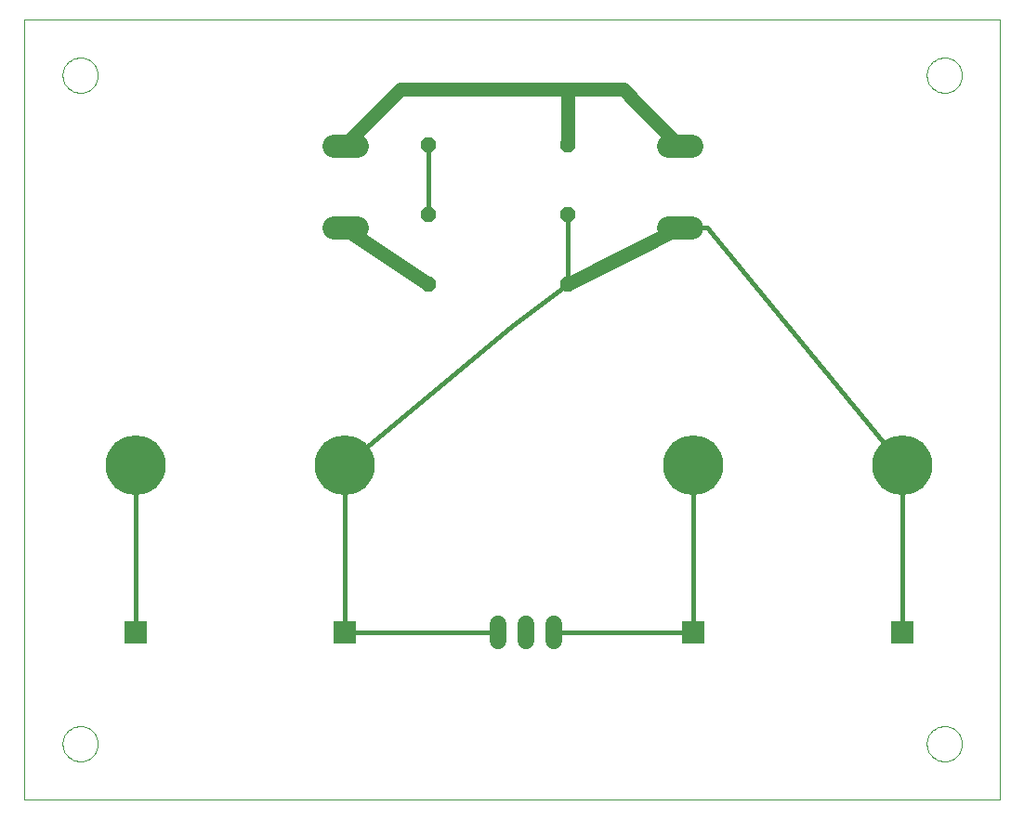
<source format=gtl>
G75*
G70*
%OFA0B0*%
%FSLAX24Y24*%
%IPPOS*%
%LPD*%
%AMOC8*
5,1,8,0,0,1.08239X$1,22.5*
%
%ADD10C,0.0000*%
%ADD11C,0.0827*%
%ADD12OC8,0.0520*%
%ADD13C,0.0600*%
%ADD14R,0.0787X0.0787*%
%ADD15C,0.2150*%
%ADD16C,0.0160*%
%ADD17C,0.0500*%
D10*
X000101Y000101D02*
X000101Y028101D01*
X035101Y028101D01*
X035101Y000101D01*
X000101Y000101D01*
X001471Y002101D02*
X001473Y002151D01*
X001479Y002201D01*
X001489Y002250D01*
X001503Y002298D01*
X001520Y002345D01*
X001541Y002390D01*
X001566Y002434D01*
X001594Y002475D01*
X001626Y002514D01*
X001660Y002551D01*
X001697Y002585D01*
X001737Y002615D01*
X001779Y002642D01*
X001823Y002666D01*
X001869Y002687D01*
X001916Y002703D01*
X001964Y002716D01*
X002014Y002725D01*
X002063Y002730D01*
X002114Y002731D01*
X002164Y002728D01*
X002213Y002721D01*
X002262Y002710D01*
X002310Y002695D01*
X002356Y002677D01*
X002401Y002655D01*
X002444Y002629D01*
X002485Y002600D01*
X002524Y002568D01*
X002560Y002533D01*
X002592Y002495D01*
X002622Y002455D01*
X002649Y002412D01*
X002672Y002368D01*
X002691Y002322D01*
X002707Y002274D01*
X002719Y002225D01*
X002727Y002176D01*
X002731Y002126D01*
X002731Y002076D01*
X002727Y002026D01*
X002719Y001977D01*
X002707Y001928D01*
X002691Y001880D01*
X002672Y001834D01*
X002649Y001790D01*
X002622Y001747D01*
X002592Y001707D01*
X002560Y001669D01*
X002524Y001634D01*
X002485Y001602D01*
X002444Y001573D01*
X002401Y001547D01*
X002356Y001525D01*
X002310Y001507D01*
X002262Y001492D01*
X002213Y001481D01*
X002164Y001474D01*
X002114Y001471D01*
X002063Y001472D01*
X002014Y001477D01*
X001964Y001486D01*
X001916Y001499D01*
X001869Y001515D01*
X001823Y001536D01*
X001779Y001560D01*
X001737Y001587D01*
X001697Y001617D01*
X001660Y001651D01*
X001626Y001688D01*
X001594Y001727D01*
X001566Y001768D01*
X001541Y001812D01*
X001520Y001857D01*
X001503Y001904D01*
X001489Y001952D01*
X001479Y002001D01*
X001473Y002051D01*
X001471Y002101D01*
X001471Y026101D02*
X001473Y026151D01*
X001479Y026201D01*
X001489Y026250D01*
X001503Y026298D01*
X001520Y026345D01*
X001541Y026390D01*
X001566Y026434D01*
X001594Y026475D01*
X001626Y026514D01*
X001660Y026551D01*
X001697Y026585D01*
X001737Y026615D01*
X001779Y026642D01*
X001823Y026666D01*
X001869Y026687D01*
X001916Y026703D01*
X001964Y026716D01*
X002014Y026725D01*
X002063Y026730D01*
X002114Y026731D01*
X002164Y026728D01*
X002213Y026721D01*
X002262Y026710D01*
X002310Y026695D01*
X002356Y026677D01*
X002401Y026655D01*
X002444Y026629D01*
X002485Y026600D01*
X002524Y026568D01*
X002560Y026533D01*
X002592Y026495D01*
X002622Y026455D01*
X002649Y026412D01*
X002672Y026368D01*
X002691Y026322D01*
X002707Y026274D01*
X002719Y026225D01*
X002727Y026176D01*
X002731Y026126D01*
X002731Y026076D01*
X002727Y026026D01*
X002719Y025977D01*
X002707Y025928D01*
X002691Y025880D01*
X002672Y025834D01*
X002649Y025790D01*
X002622Y025747D01*
X002592Y025707D01*
X002560Y025669D01*
X002524Y025634D01*
X002485Y025602D01*
X002444Y025573D01*
X002401Y025547D01*
X002356Y025525D01*
X002310Y025507D01*
X002262Y025492D01*
X002213Y025481D01*
X002164Y025474D01*
X002114Y025471D01*
X002063Y025472D01*
X002014Y025477D01*
X001964Y025486D01*
X001916Y025499D01*
X001869Y025515D01*
X001823Y025536D01*
X001779Y025560D01*
X001737Y025587D01*
X001697Y025617D01*
X001660Y025651D01*
X001626Y025688D01*
X001594Y025727D01*
X001566Y025768D01*
X001541Y025812D01*
X001520Y025857D01*
X001503Y025904D01*
X001489Y025952D01*
X001479Y026001D01*
X001473Y026051D01*
X001471Y026101D01*
X032471Y026101D02*
X032473Y026151D01*
X032479Y026201D01*
X032489Y026250D01*
X032503Y026298D01*
X032520Y026345D01*
X032541Y026390D01*
X032566Y026434D01*
X032594Y026475D01*
X032626Y026514D01*
X032660Y026551D01*
X032697Y026585D01*
X032737Y026615D01*
X032779Y026642D01*
X032823Y026666D01*
X032869Y026687D01*
X032916Y026703D01*
X032964Y026716D01*
X033014Y026725D01*
X033063Y026730D01*
X033114Y026731D01*
X033164Y026728D01*
X033213Y026721D01*
X033262Y026710D01*
X033310Y026695D01*
X033356Y026677D01*
X033401Y026655D01*
X033444Y026629D01*
X033485Y026600D01*
X033524Y026568D01*
X033560Y026533D01*
X033592Y026495D01*
X033622Y026455D01*
X033649Y026412D01*
X033672Y026368D01*
X033691Y026322D01*
X033707Y026274D01*
X033719Y026225D01*
X033727Y026176D01*
X033731Y026126D01*
X033731Y026076D01*
X033727Y026026D01*
X033719Y025977D01*
X033707Y025928D01*
X033691Y025880D01*
X033672Y025834D01*
X033649Y025790D01*
X033622Y025747D01*
X033592Y025707D01*
X033560Y025669D01*
X033524Y025634D01*
X033485Y025602D01*
X033444Y025573D01*
X033401Y025547D01*
X033356Y025525D01*
X033310Y025507D01*
X033262Y025492D01*
X033213Y025481D01*
X033164Y025474D01*
X033114Y025471D01*
X033063Y025472D01*
X033014Y025477D01*
X032964Y025486D01*
X032916Y025499D01*
X032869Y025515D01*
X032823Y025536D01*
X032779Y025560D01*
X032737Y025587D01*
X032697Y025617D01*
X032660Y025651D01*
X032626Y025688D01*
X032594Y025727D01*
X032566Y025768D01*
X032541Y025812D01*
X032520Y025857D01*
X032503Y025904D01*
X032489Y025952D01*
X032479Y026001D01*
X032473Y026051D01*
X032471Y026101D01*
X032471Y002101D02*
X032473Y002151D01*
X032479Y002201D01*
X032489Y002250D01*
X032503Y002298D01*
X032520Y002345D01*
X032541Y002390D01*
X032566Y002434D01*
X032594Y002475D01*
X032626Y002514D01*
X032660Y002551D01*
X032697Y002585D01*
X032737Y002615D01*
X032779Y002642D01*
X032823Y002666D01*
X032869Y002687D01*
X032916Y002703D01*
X032964Y002716D01*
X033014Y002725D01*
X033063Y002730D01*
X033114Y002731D01*
X033164Y002728D01*
X033213Y002721D01*
X033262Y002710D01*
X033310Y002695D01*
X033356Y002677D01*
X033401Y002655D01*
X033444Y002629D01*
X033485Y002600D01*
X033524Y002568D01*
X033560Y002533D01*
X033592Y002495D01*
X033622Y002455D01*
X033649Y002412D01*
X033672Y002368D01*
X033691Y002322D01*
X033707Y002274D01*
X033719Y002225D01*
X033727Y002176D01*
X033731Y002126D01*
X033731Y002076D01*
X033727Y002026D01*
X033719Y001977D01*
X033707Y001928D01*
X033691Y001880D01*
X033672Y001834D01*
X033649Y001790D01*
X033622Y001747D01*
X033592Y001707D01*
X033560Y001669D01*
X033524Y001634D01*
X033485Y001602D01*
X033444Y001573D01*
X033401Y001547D01*
X033356Y001525D01*
X033310Y001507D01*
X033262Y001492D01*
X033213Y001481D01*
X033164Y001474D01*
X033114Y001471D01*
X033063Y001472D01*
X033014Y001477D01*
X032964Y001486D01*
X032916Y001499D01*
X032869Y001515D01*
X032823Y001536D01*
X032779Y001560D01*
X032737Y001587D01*
X032697Y001617D01*
X032660Y001651D01*
X032626Y001688D01*
X032594Y001727D01*
X032566Y001768D01*
X032541Y001812D01*
X032520Y001857D01*
X032503Y001904D01*
X032489Y001952D01*
X032479Y002001D01*
X032473Y002051D01*
X032471Y002101D01*
D11*
X024014Y020624D02*
X023187Y020624D01*
X023187Y023577D02*
X024014Y023577D01*
X012014Y023577D02*
X011187Y023577D01*
X011187Y020624D02*
X012014Y020624D01*
D12*
X014601Y021101D03*
X014601Y023601D03*
X019601Y023601D03*
X019601Y021101D03*
X019601Y018601D03*
X014601Y018601D03*
D13*
X017101Y006401D02*
X017101Y005801D01*
X018101Y005801D02*
X018101Y006401D01*
X019101Y006401D02*
X019101Y005801D01*
D14*
X024101Y006101D03*
X031601Y006101D03*
X011601Y006101D03*
X004101Y006101D03*
D15*
X004101Y012101D03*
X011601Y012101D03*
X024101Y012101D03*
X031601Y012101D03*
D16*
X024601Y020624D01*
X023624Y020624D01*
X019601Y021101D02*
X019601Y018601D01*
X017601Y017101D01*
X011601Y012101D01*
X011601Y006101D01*
X017101Y006101D01*
X019101Y006101D02*
X024101Y006101D01*
X024101Y012101D01*
X031601Y012101D02*
X031601Y006101D01*
X014601Y021101D02*
X014601Y023601D01*
X011601Y020624D02*
X011601Y020601D01*
X004101Y012101D02*
X004101Y006101D01*
D17*
X011601Y020601D02*
X014601Y018601D01*
X019601Y018601D02*
X023624Y020624D01*
X023601Y020624D01*
X023601Y023577D02*
X022101Y025077D01*
X021601Y025601D01*
X019601Y025601D01*
X019601Y023601D01*
X019601Y025601D02*
X013601Y025601D01*
X011601Y023601D01*
X011601Y023577D01*
M02*

</source>
